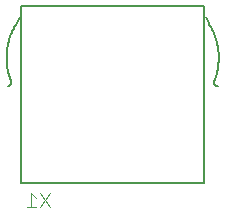
<source format=gbr>
G04 EAGLE Gerber X2 export*
%TF.Part,Single*%
%TF.FileFunction,Legend,Bot,1*%
%TF.FilePolarity,Positive*%
%TF.GenerationSoftware,Autodesk,EAGLE,8.6.3*%
%TF.CreationDate,2019-03-24T10:02:58Z*%
G75*
%MOMM*%
%FSLAX34Y34*%
%LPD*%
%AMOC8*
5,1,8,0,0,1.08239X$1,22.5*%
G01*
%ADD10C,0.203200*%
%ADD11C,0.101600*%


D10*
X760450Y811750D02*
X915950Y811750D01*
X760450Y811750D02*
X760450Y661890D01*
X915950Y661890D02*
X915950Y811750D01*
X915950Y661890D02*
X760450Y661890D01*
D11*
X784793Y653374D02*
X776983Y641659D01*
X784793Y641659D02*
X776983Y653374D01*
X773080Y649469D02*
X769175Y653374D01*
X769175Y641659D01*
X773080Y641659D02*
X765270Y641659D01*
D10*
X756920Y797560D02*
X759460Y802640D01*
X756920Y797560D02*
X756221Y796436D01*
X755550Y795295D01*
X754906Y794138D01*
X754291Y792965D01*
X753705Y791778D01*
X753148Y790577D01*
X752620Y789363D01*
X752123Y788136D01*
X751655Y786898D01*
X751217Y785648D01*
X750811Y784388D01*
X750435Y783119D01*
X750090Y781841D01*
X749776Y780554D01*
X749494Y779261D01*
X749244Y777961D01*
X749025Y776655D01*
X748839Y775344D01*
X748684Y774030D01*
X748562Y772711D01*
X748471Y771391D01*
X748413Y770068D01*
X748387Y768744D01*
X748394Y767420D01*
X748433Y766097D01*
X748504Y764775D01*
X748607Y763455D01*
X748743Y762138D01*
X748910Y760825D01*
X749110Y759516D01*
X749341Y758213D01*
X749605Y756915D01*
X749899Y755625D01*
X750226Y754342D01*
X750583Y753067D01*
X750972Y751801D01*
X751391Y750545D01*
X751840Y749300D01*
X751840Y749301D02*
X751891Y749195D01*
X751938Y749087D01*
X751982Y748978D01*
X752022Y748867D01*
X752058Y748756D01*
X752091Y748643D01*
X752120Y748529D01*
X752145Y748414D01*
X752166Y748298D01*
X752184Y748182D01*
X752197Y748065D01*
X752207Y747948D01*
X752213Y747831D01*
X752215Y747713D01*
X752213Y747595D01*
X752207Y747478D01*
X752197Y747361D01*
X752184Y747244D01*
X752166Y747128D01*
X752145Y747012D01*
X752120Y746897D01*
X752091Y746783D01*
X752058Y746670D01*
X752022Y746559D01*
X751982Y746448D01*
X751938Y746339D01*
X751891Y746231D01*
X751840Y746125D01*
X751786Y746021D01*
X751728Y745919D01*
X751667Y745818D01*
X751603Y745720D01*
X751535Y745624D01*
X751464Y745530D01*
X751391Y745438D01*
X751314Y745349D01*
X751234Y745263D01*
X751151Y745179D01*
X751066Y745098D01*
X750978Y745020D01*
X750888Y744945D01*
X750795Y744873D01*
X750700Y744804D01*
X750602Y744738D01*
X750503Y744676D01*
X750401Y744617D01*
X750298Y744561D01*
X750192Y744508D01*
X750086Y744460D01*
X749977Y744414D01*
X749867Y744373D01*
X749756Y744335D01*
X749643Y744300D01*
X749530Y744270D01*
X749415Y744243D01*
X749300Y744220D01*
X916940Y802640D02*
X919480Y797560D01*
X920179Y796436D01*
X920850Y795295D01*
X921494Y794138D01*
X922109Y792965D01*
X922695Y791778D01*
X923252Y790577D01*
X923780Y789363D01*
X924277Y788136D01*
X924745Y786898D01*
X925183Y785648D01*
X925589Y784388D01*
X925965Y783119D01*
X926310Y781841D01*
X926624Y780554D01*
X926906Y779261D01*
X927156Y777961D01*
X927375Y776655D01*
X927561Y775344D01*
X927716Y774030D01*
X927838Y772711D01*
X927929Y771391D01*
X927987Y770068D01*
X928013Y768744D01*
X928006Y767420D01*
X927967Y766097D01*
X927896Y764775D01*
X927793Y763455D01*
X927657Y762138D01*
X927490Y760825D01*
X927290Y759516D01*
X927059Y758213D01*
X926795Y756915D01*
X926501Y755625D01*
X926174Y754342D01*
X925817Y753067D01*
X925428Y751801D01*
X925009Y750545D01*
X924560Y749300D01*
X924560Y749301D02*
X924509Y749195D01*
X924462Y749087D01*
X924418Y748978D01*
X924378Y748867D01*
X924342Y748756D01*
X924309Y748643D01*
X924280Y748529D01*
X924255Y748414D01*
X924234Y748298D01*
X924216Y748182D01*
X924203Y748065D01*
X924193Y747948D01*
X924187Y747831D01*
X924185Y747713D01*
X924187Y747595D01*
X924193Y747478D01*
X924203Y747361D01*
X924216Y747244D01*
X924234Y747128D01*
X924255Y747012D01*
X924280Y746897D01*
X924309Y746783D01*
X924342Y746670D01*
X924378Y746559D01*
X924418Y746448D01*
X924462Y746339D01*
X924509Y746231D01*
X924560Y746125D01*
X924614Y746021D01*
X924672Y745919D01*
X924733Y745818D01*
X924797Y745720D01*
X924865Y745624D01*
X924936Y745530D01*
X925009Y745438D01*
X925086Y745349D01*
X925166Y745263D01*
X925249Y745179D01*
X925334Y745098D01*
X925422Y745020D01*
X925512Y744945D01*
X925605Y744873D01*
X925700Y744804D01*
X925798Y744738D01*
X925897Y744676D01*
X925999Y744617D01*
X926102Y744561D01*
X926208Y744508D01*
X926314Y744460D01*
X926423Y744414D01*
X926533Y744373D01*
X926644Y744335D01*
X926757Y744300D01*
X926870Y744270D01*
X926985Y744243D01*
X927100Y744220D01*
M02*

</source>
